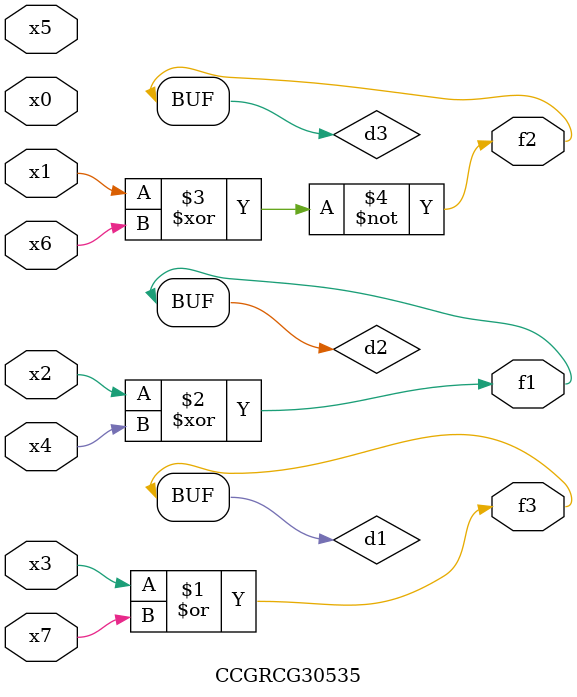
<source format=v>
module CCGRCG30535(
	input x0, x1, x2, x3, x4, x5, x6, x7,
	output f1, f2, f3
);

	wire d1, d2, d3;

	or (d1, x3, x7);
	xor (d2, x2, x4);
	xnor (d3, x1, x6);
	assign f1 = d2;
	assign f2 = d3;
	assign f3 = d1;
endmodule

</source>
